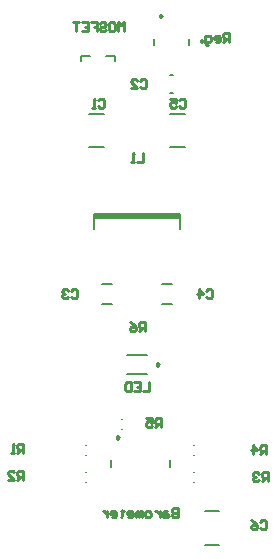
<source format=gbo>
G04*
G04 #@! TF.GenerationSoftware,Altium Limited,Altium Designer,23.3.1 (30)*
G04*
G04 Layer_Color=32896*
%FSLAX25Y25*%
%MOIN*%
G70*
G04*
G04 #@! TF.SameCoordinates,A76074B7-2CB3-4B1A-B050-79AA5906FBBA*
G04*
G04*
G04 #@! TF.FilePolarity,Positive*
G04*
G01*
G75*
%ADD10C,0.00984*%
%ADD11C,0.00787*%
%ADD12C,0.01000*%
%ADD39R,0.28740X0.02165*%
D10*
X58252Y-58339D02*
X57514Y-57912D01*
Y-58765D01*
X58252Y-58339D01*
X44110Y-198839D02*
X43372Y-198412D01*
Y-199265D01*
X44110Y-198839D01*
X57303Y-174500D02*
X56565Y-174074D01*
Y-174926D01*
X57303Y-174500D01*
D11*
X72539Y-234512D02*
X77461D01*
X72539Y-223488D02*
X77461D01*
X44902Y-192523D02*
X45099D01*
X44902Y-196066D02*
X45099D01*
X35630Y-124343D02*
X64370D01*
Y-129295D02*
Y-124343D01*
X35630Y-129295D02*
Y-124343D01*
X67406Y-67884D02*
Y-66116D01*
X55594Y-67884D02*
Y-66116D01*
X41157Y-208744D02*
Y-206256D01*
X60843Y-208744D02*
Y-206256D01*
X68902Y-210228D02*
X69098D01*
X68902Y-213772D02*
X69098D01*
X68902Y-201228D02*
X69098D01*
X68902Y-204772D02*
X69098D01*
X32902D02*
X33098D01*
X32902Y-201228D02*
X33098D01*
X32902Y-213772D02*
X33098D01*
X32902Y-210228D02*
X33098D01*
X58332Y-154445D02*
X61668D01*
X58332Y-147555D02*
X61668D01*
X38332D02*
X41668D01*
X38332Y-154445D02*
X41668D01*
X46752Y-177748D02*
X53248D01*
X46752Y-171252D02*
X53248D01*
X61039Y-102012D02*
X65961D01*
X61039Y-90988D02*
X65961D01*
X34039Y-102012D02*
X38961D01*
X34039Y-90988D02*
X38961D01*
X61008Y-78146D02*
X61992D01*
X61008Y-83854D02*
X61992D01*
X31291Y-73449D02*
Y-71786D01*
X39710D02*
X42709D01*
X31291D02*
X34290D01*
X42709Y-73449D02*
Y-71786D01*
D12*
X91000Y-227000D02*
X91500Y-226501D01*
X92499D01*
X92999Y-227000D01*
Y-229000D01*
X92499Y-229500D01*
X91500D01*
X91000Y-229000D01*
X88001Y-226501D02*
X89000Y-227000D01*
X90000Y-228000D01*
Y-229000D01*
X89500Y-229500D01*
X88501D01*
X88001Y-229000D01*
Y-228500D01*
X88501Y-228000D01*
X90000D01*
X80748Y-67000D02*
Y-64001D01*
X79249D01*
X78749Y-64500D01*
Y-65500D01*
X79249Y-66000D01*
X80748D01*
X79749D02*
X78749Y-67000D01*
X76250D02*
X77250D01*
X77749Y-66500D01*
Y-65500D01*
X77250Y-65000D01*
X76250D01*
X75750Y-65500D01*
Y-66000D01*
X77749D01*
X73751Y-67999D02*
X73251D01*
X72751Y-67500D01*
Y-65000D01*
X74251D01*
X74750Y-65500D01*
Y-66500D01*
X74251Y-67000D01*
X72751D01*
X71751D02*
Y-66500D01*
X71251D01*
Y-67000D01*
X71751D01*
X52499Y-163499D02*
Y-160501D01*
X51000D01*
X50500Y-161000D01*
Y-162000D01*
X51000Y-162500D01*
X52499D01*
X51499D02*
X50500Y-163499D01*
X47501Y-160501D02*
X48500Y-161000D01*
X49500Y-162000D01*
Y-163000D01*
X49000Y-163499D01*
X48001D01*
X47501Y-163000D01*
Y-162500D01*
X48001Y-162000D01*
X49500D01*
X57999Y-195500D02*
Y-192500D01*
X56500D01*
X56000Y-193000D01*
Y-194000D01*
X56500Y-194500D01*
X57999D01*
X56999D02*
X56000Y-195500D01*
X53001Y-192500D02*
X55000D01*
Y-194000D01*
X54001Y-193500D01*
X53501D01*
X53001Y-194000D01*
Y-195000D01*
X53501Y-195500D01*
X54500D01*
X55000Y-195000D01*
X92999Y-204500D02*
Y-201501D01*
X91500D01*
X91000Y-202000D01*
Y-203000D01*
X91500Y-203500D01*
X92999D01*
X92000D02*
X91000Y-204500D01*
X88501D02*
Y-201501D01*
X90000Y-203000D01*
X88001D01*
X93499Y-213499D02*
Y-210501D01*
X92000D01*
X91500Y-211000D01*
Y-212000D01*
X92000Y-212500D01*
X93499D01*
X92500D02*
X91500Y-213499D01*
X90500Y-211000D02*
X90000Y-210501D01*
X89001D01*
X88501Y-211000D01*
Y-211500D01*
X89001Y-212000D01*
X89500D01*
X89001D01*
X88501Y-212500D01*
Y-213000D01*
X89001Y-213499D01*
X90000D01*
X90500Y-213000D01*
X11999Y-213000D02*
Y-210000D01*
X10500D01*
X10000Y-210500D01*
Y-211500D01*
X10500Y-212000D01*
X11999D01*
X11000D02*
X10000Y-213000D01*
X7001D02*
X9000D01*
X7001Y-211000D01*
Y-210500D01*
X7501Y-210000D01*
X8500D01*
X9000Y-210500D01*
X11999Y-203999D02*
Y-201000D01*
X10500D01*
X10000Y-201500D01*
Y-202500D01*
X10500Y-203000D01*
X11999D01*
X11000D02*
X10000Y-203999D01*
X9000D02*
X8001D01*
X8501D01*
Y-201000D01*
X9000Y-201500D01*
X53999Y-180500D02*
Y-183500D01*
X51999D01*
X49000Y-180500D02*
X51000D01*
Y-183500D01*
X49000D01*
X51000Y-182000D02*
X50000D01*
X48001Y-180500D02*
Y-183500D01*
X46501D01*
X46001Y-183000D01*
Y-181000D01*
X46501Y-180500D01*
X48001D01*
X51999Y-104000D02*
Y-107000D01*
X50000D01*
X49000D02*
X48001D01*
X48500D01*
Y-104000D01*
X49000Y-104500D01*
X45497Y-63499D02*
Y-60501D01*
X44498Y-61500D01*
X43498Y-60501D01*
Y-63499D01*
X40999Y-60501D02*
X41998D01*
X42498Y-61000D01*
Y-63000D01*
X41998Y-63499D01*
X40999D01*
X40499Y-63000D01*
Y-61000D01*
X40999Y-60501D01*
X37500Y-61000D02*
X38000Y-60501D01*
X38999D01*
X39499Y-61000D01*
Y-61500D01*
X38999Y-62000D01*
X38000D01*
X37500Y-62500D01*
Y-63000D01*
X38000Y-63499D01*
X38999D01*
X39499Y-63000D01*
X34501Y-60501D02*
X36500D01*
Y-62000D01*
X35500D01*
X36500D01*
Y-63499D01*
X31502Y-60501D02*
X33501D01*
Y-63499D01*
X31502D01*
X33501Y-62000D02*
X32501D01*
X30502Y-60501D02*
X28503D01*
X29502D01*
Y-63499D01*
X64000Y-86500D02*
X64500Y-86001D01*
X65499D01*
X65999Y-86500D01*
Y-88500D01*
X65499Y-88999D01*
X64500D01*
X64000Y-88500D01*
X61001Y-86001D02*
X63000D01*
Y-87500D01*
X62001Y-87000D01*
X61501D01*
X61001Y-87500D01*
Y-88500D01*
X61501Y-88999D01*
X62500D01*
X63000Y-88500D01*
X73000Y-150000D02*
X73500Y-149501D01*
X74499D01*
X74999Y-150000D01*
Y-152000D01*
X74499Y-152499D01*
X73500D01*
X73000Y-152000D01*
X70501Y-152499D02*
Y-149501D01*
X72000Y-151000D01*
X70001D01*
X28000Y-150000D02*
X28500Y-149501D01*
X29499D01*
X29999Y-150000D01*
Y-152000D01*
X29499Y-152499D01*
X28500D01*
X28000Y-152000D01*
X27000Y-150000D02*
X26500Y-149501D01*
X25501D01*
X25001Y-150000D01*
Y-150500D01*
X25501Y-151000D01*
X26000D01*
X25501D01*
X25001Y-151500D01*
Y-152000D01*
X25501Y-152499D01*
X26500D01*
X27000Y-152000D01*
X51000Y-80000D02*
X51500Y-79501D01*
X52499D01*
X52999Y-80000D01*
Y-82000D01*
X52499Y-82499D01*
X51500D01*
X51000Y-82000D01*
X48001Y-82499D02*
X50000D01*
X48001Y-80500D01*
Y-80000D01*
X48501Y-79501D01*
X49500D01*
X50000Y-80000D01*
X37000Y-86500D02*
X37500Y-86001D01*
X38500D01*
X38999Y-86500D01*
Y-88500D01*
X38500Y-88999D01*
X37500D01*
X37000Y-88500D01*
X36000Y-88999D02*
X35001D01*
X35500D01*
Y-86001D01*
X36000Y-86500D01*
X63496Y-222500D02*
Y-225500D01*
X61996D01*
X61497Y-225000D01*
Y-224500D01*
X61996Y-224000D01*
X63496D01*
X61996D01*
X61497Y-223500D01*
Y-223000D01*
X61996Y-222500D01*
X63496D01*
X59997Y-223500D02*
X58997D01*
X58498Y-224000D01*
Y-225500D01*
X59997D01*
X60497Y-225000D01*
X59997Y-224500D01*
X58498D01*
X57498Y-223500D02*
Y-225500D01*
Y-224500D01*
X56998Y-224000D01*
X56498Y-223500D01*
X55998D01*
X53999Y-225500D02*
X52999D01*
X52500Y-225000D01*
Y-224000D01*
X52999Y-223500D01*
X53999D01*
X54499Y-224000D01*
Y-225000D01*
X53999Y-225500D01*
X51500D02*
Y-223500D01*
X51000D01*
X50500Y-224000D01*
Y-225500D01*
Y-224000D01*
X50000Y-223500D01*
X49501Y-224000D01*
Y-225500D01*
X47001D02*
X48001D01*
X48501Y-225000D01*
Y-224000D01*
X48001Y-223500D01*
X47001D01*
X46501Y-224000D01*
Y-224500D01*
X48501D01*
X45002Y-223000D02*
Y-223500D01*
X45502D01*
X44502D01*
X45002D01*
Y-225000D01*
X44502Y-225500D01*
X41503D02*
X42503D01*
X43003Y-225000D01*
Y-224000D01*
X42503Y-223500D01*
X41503D01*
X41003Y-224000D01*
Y-224500D01*
X43003D01*
X40004Y-223500D02*
Y-225500D01*
Y-224500D01*
X39504Y-224000D01*
X39004Y-223500D01*
X38504D01*
D39*
X50130Y-124925D02*
D03*
M02*

</source>
